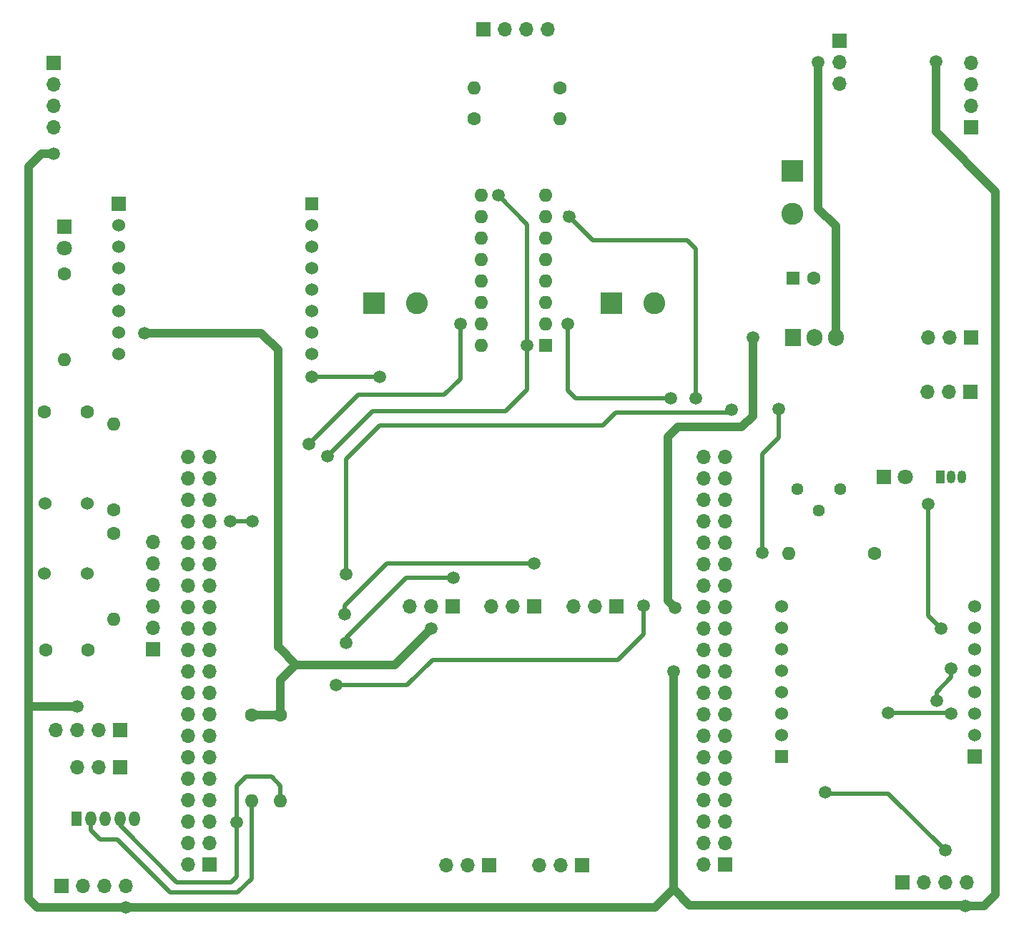
<source format=gbr>
%TF.GenerationSoftware,KiCad,Pcbnew,8.0.0*%
%TF.CreationDate,2024-10-06T09:57:53+02:00*%
%TF.ProjectId,Motor_Board_L476RG,4d6f746f-725f-4426-9f61-72645f4c3437,rev?*%
%TF.SameCoordinates,Original*%
%TF.FileFunction,Copper,L1,Top*%
%TF.FilePolarity,Positive*%
%FSLAX46Y46*%
G04 Gerber Fmt 4.6, Leading zero omitted, Abs format (unit mm)*
G04 Created by KiCad (PCBNEW 8.0.0) date 2024-10-06 09:57:53*
%MOMM*%
%LPD*%
G01*
G04 APERTURE LIST*
%TA.AperFunction,ComponentPad*%
%ADD10R,1.700000X1.700000*%
%TD*%
%TA.AperFunction,ComponentPad*%
%ADD11O,1.700000X1.700000*%
%TD*%
%TA.AperFunction,ComponentPad*%
%ADD12C,1.600000*%
%TD*%
%TA.AperFunction,ComponentPad*%
%ADD13O,1.600000X1.600000*%
%TD*%
%TA.AperFunction,ComponentPad*%
%ADD14R,1.800000X1.800000*%
%TD*%
%TA.AperFunction,ComponentPad*%
%ADD15C,1.800000*%
%TD*%
%TA.AperFunction,ComponentPad*%
%ADD16C,1.440000*%
%TD*%
%TA.AperFunction,ComponentPad*%
%ADD17C,1.524000*%
%TD*%
%TA.AperFunction,ComponentPad*%
%ADD18R,1.050000X1.500000*%
%TD*%
%TA.AperFunction,ComponentPad*%
%ADD19O,1.050000X1.500000*%
%TD*%
%TA.AperFunction,ComponentPad*%
%ADD20R,1.600000X1.600000*%
%TD*%
%TA.AperFunction,ComponentPad*%
%ADD21R,1.275000X1.800000*%
%TD*%
%TA.AperFunction,ComponentPad*%
%ADD22O,1.275000X1.800000*%
%TD*%
%TA.AperFunction,ComponentPad*%
%ADD23R,1.676400X1.676400*%
%TD*%
%TA.AperFunction,ComponentPad*%
%ADD24R,1.524000X1.524000*%
%TD*%
%TA.AperFunction,ComponentPad*%
%ADD25R,2.600000X2.600000*%
%TD*%
%TA.AperFunction,ComponentPad*%
%ADD26C,2.600000*%
%TD*%
%TA.AperFunction,ComponentPad*%
%ADD27R,1.905000X2.000000*%
%TD*%
%TA.AperFunction,ComponentPad*%
%ADD28O,1.905000X2.000000*%
%TD*%
%TA.AperFunction,ViaPad*%
%ADD29C,1.500000*%
%TD*%
%TA.AperFunction,Conductor*%
%ADD30C,0.500000*%
%TD*%
%TA.AperFunction,Conductor*%
%ADD31C,1.000000*%
%TD*%
G04 APERTURE END LIST*
D10*
%TO.P,J10,1,Pin_1*%
%TO.N,unconnected-(J10-Pin_1-Pad1)*%
X208500000Y-143440000D03*
D11*
%TO.P,J10,2,Pin_2*%
%TO.N,unconnected-(J10-Pin_2-Pad2)*%
X205960000Y-143440000D03*
%TO.P,J10,3,Pin_3*%
%TO.N,SCK*%
X208500000Y-140900000D03*
%TO.P,J10,4,Pin_4*%
%TO.N,MISO*%
X205960000Y-140900000D03*
%TO.P,J10,5,Pin_5*%
%TO.N,MOSI*%
X208500000Y-138360000D03*
%TO.P,J10,6,Pin_6*%
%TO.N,nRF_CE*%
X205960000Y-138360000D03*
%TO.P,J10,7,Pin_7*%
%TO.N,unconnected-(J10-Pin_7-Pad7)*%
X208500000Y-135820000D03*
%TO.P,J10,8,Pin_8*%
%TO.N,unconnected-(J10-Pin_8-Pad8)*%
X205960000Y-135820000D03*
%TO.P,J10,9,Pin_9*%
%TO.N,unconnected-(J10-Pin_9-Pad9)*%
X208500000Y-133280000D03*
%TO.P,J10,10,Pin_10*%
%TO.N,unconnected-(J10-Pin_10-Pad10)*%
X205960000Y-133280000D03*
%TO.P,J10,11,Pin_11*%
%TO.N,unconnected-(J10-Pin_11-Pad11)*%
X208500000Y-130740000D03*
%TO.P,J10,12,Pin_12*%
%TO.N,unconnected-(J10-Pin_12-Pad12)*%
X205960000Y-130740000D03*
%TO.P,J10,13,Pin_13*%
%TO.N,unconnected-(J10-Pin_13-Pad13)*%
X208500000Y-128200000D03*
%TO.P,J10,14,Pin_14*%
%TO.N,unconnected-(J10-Pin_14-Pad14)*%
X205960000Y-128200000D03*
%TO.P,J10,15,Pin_15*%
%TO.N,Din_4*%
X208500000Y-125660000D03*
%TO.P,J10,16,Pin_16*%
%TO.N,unconnected-(J10-Pin_16-Pad16)*%
X205960000Y-125660000D03*
%TO.P,J10,17,Pin_17*%
%TO.N,nRF_CS*%
X208500000Y-123120000D03*
%TO.P,J10,18,Pin_18*%
%TO.N,3.3V_NUC*%
X205960000Y-123120000D03*
%TO.P,J10,19,Pin_19*%
%TO.N,nRF_INT*%
X208500000Y-120580000D03*
%TO.P,J10,20,Pin_20*%
%TO.N,5V_NUC*%
X205960000Y-120580000D03*
%TO.P,J10,21,Pin_21*%
%TO.N,GND*%
X208500000Y-118040000D03*
%TO.P,J10,22,Pin_22*%
X205960000Y-118040000D03*
%TO.P,J10,23,Pin_23*%
%TO.N,Servo*%
X208500000Y-115500000D03*
%TO.P,J10,24,Pin_24*%
%TO.N,GND*%
X205960000Y-115500000D03*
%TO.P,J10,25,Pin_25*%
%TO.N,USER_BUTTON*%
X208500000Y-112960000D03*
%TO.P,J10,26,Pin_26*%
%TO.N,VIN*%
X205960000Y-112960000D03*
%TO.P,J10,27,Pin_27*%
%TO.N,unconnected-(J10-Pin_27-Pad27)*%
X208500000Y-110420000D03*
%TO.P,J10,28,Pin_28*%
%TO.N,unconnected-(J10-Pin_28-Pad28)*%
X205960000Y-110420000D03*
%TO.P,J10,29,Pin_29*%
%TO.N,unconnected-(J10-Pin_29-Pad29)*%
X208500000Y-107880000D03*
%TO.P,J10,30,Pin_30*%
%TO.N,MOT_R_1*%
X205960000Y-107880000D03*
%TO.P,J10,31,Pin_31*%
%TO.N,unconnected-(J10-Pin_31-Pad31)*%
X208500000Y-105340000D03*
%TO.P,J10,32,Pin_32*%
%TO.N,MOT_R_2*%
X205960000Y-105340000D03*
%TO.P,J10,33,Pin_33*%
%TO.N,unconnected-(J10-Pin_33-Pad33)*%
X208500000Y-102800000D03*
%TO.P,J10,34,Pin_34*%
%TO.N,ADC_OUT*%
X205960000Y-102800000D03*
%TO.P,J10,35,Pin_35*%
%TO.N,unconnected-(J10-Pin_35-Pad35)*%
X208500000Y-100260000D03*
%TO.P,J10,36,Pin_36*%
%TO.N,unconnected-(J10-Pin_36-Pad36)*%
X205960000Y-100260000D03*
%TO.P,J10,37,Pin_37*%
%TO.N,TEMP_OUT*%
X208500000Y-97720000D03*
%TO.P,J10,38,Pin_38*%
%TO.N,unconnected-(J10-Pin_38-Pad38)*%
X205960000Y-97720000D03*
%TO.P,J10,39,Pin_39*%
%TO.N,POT_OUT*%
X208500000Y-95180000D03*
%TO.P,J10,40,Pin_40*%
%TO.N,Din_1*%
X205960000Y-95180000D03*
%TD*%
D10*
%TO.P,J11,1,Pin_1*%
%TO.N,unconnected-(J11-Pin_1-Pad1)*%
X147460001Y-143440000D03*
D11*
%TO.P,J11,2,Pin_2*%
%TO.N,unconnected-(J11-Pin_2-Pad2)*%
X144920001Y-143440000D03*
%TO.P,J11,3,Pin_3*%
%TO.N,Speed_L*%
X147460001Y-140900000D03*
%TO.P,J11,4,Pin_4*%
%TO.N,Speed_R*%
X144920001Y-140900000D03*
%TO.P,J11,5,Pin_5*%
%TO.N,SCL*%
X147460001Y-138360000D03*
%TO.P,J11,6,Pin_6*%
%TO.N,unconnected-(J11-Pin_6-Pad6)*%
X144920001Y-138360000D03*
%TO.P,J11,7,Pin_7*%
%TO.N,SDA*%
X147460001Y-135820000D03*
%TO.P,J11,8,Pin_8*%
%TO.N,Din_3*%
X144920001Y-135820000D03*
%TO.P,J11,9,Pin_9*%
%TO.N,unconnected-(J11-Pin_9-Pad9)*%
X147460001Y-133280000D03*
%TO.P,J11,10,Pin_10*%
%TO.N,unconnected-(J11-Pin_10-Pad10)*%
X144920001Y-133280000D03*
%TO.P,J11,11,Pin_11*%
%TO.N,unconnected-(J11-Pin_11-Pad11)*%
X147460001Y-130740000D03*
%TO.P,J11,12,Pin_12*%
%TO.N,unconnected-(J11-Pin_12-Pad12)*%
X144920001Y-130740000D03*
%TO.P,J11,13,Pin_13*%
%TO.N,Line_R*%
X147460001Y-128200000D03*
%TO.P,J11,14,Pin_14*%
%TO.N,SW2_OUT*%
X144920001Y-128200000D03*
%TO.P,J11,15,Pin_15*%
%TO.N,unconnected-(J11-Pin_15-Pad15)*%
X147460001Y-125660000D03*
%TO.P,J11,16,Pin_16*%
%TO.N,SW1_OUT*%
X144920001Y-125660000D03*
%TO.P,J11,17,Pin_17*%
%TO.N,Line_L*%
X147460001Y-123120000D03*
%TO.P,J11,18,Pin_18*%
%TO.N,unconnected-(J11-Pin_18-Pad18)*%
X144920001Y-123120000D03*
%TO.P,J11,19,Pin_19*%
%TO.N,Line_C*%
X147460001Y-120580000D03*
%TO.P,J11,20,Pin_20*%
%TO.N,unconnected-(J11-Pin_20-Pad20)*%
X144920001Y-120580000D03*
%TO.P,J11,21,Pin_21*%
%TO.N,LED_OUT*%
X147460001Y-118040000D03*
%TO.P,J11,22,Pin_22*%
%TO.N,GND*%
X144920001Y-118040000D03*
%TO.P,J11,23,Pin_23*%
%TO.N,MOT_EN*%
X147460001Y-115500000D03*
%TO.P,J11,24,Pin_24*%
%TO.N,Net-(J11-Pin_24)*%
X144920001Y-115500000D03*
%TO.P,J11,25,Pin_25*%
%TO.N,MOT_L_2*%
X147460001Y-112960000D03*
%TO.P,J11,26,Pin_26*%
%TO.N,Net-(J11-Pin_26)*%
X144920001Y-112960000D03*
%TO.P,J11,27,Pin_27*%
%TO.N,Accel_INT*%
X147460001Y-110420000D03*
%TO.P,J11,28,Pin_28*%
%TO.N,Net-(J11-Pin_28)*%
X144920001Y-110420000D03*
%TO.P,J11,29,Pin_29*%
%TO.N,MOT_L_1*%
X147460001Y-107880000D03*
%TO.P,J11,30,Pin_30*%
%TO.N,Net-(J11-Pin_30)*%
X144920001Y-107880000D03*
%TO.P,J11,31,Pin_31*%
%TO.N,US_trig*%
X147460001Y-105340000D03*
%TO.P,J11,32,Pin_32*%
%TO.N,LED_OUT2*%
X144920001Y-105340000D03*
%TO.P,J11,33,Pin_33*%
%TO.N,US_echo_in*%
X147460001Y-102800000D03*
%TO.P,J11,34,Pin_34*%
%TO.N,unconnected-(J11-Pin_34-Pad34)*%
X144920001Y-102800000D03*
%TO.P,J11,35,Pin_35*%
%TO.N,Din_2*%
X147460001Y-100260000D03*
%TO.P,J11,36,Pin_36*%
%TO.N,Accel_RESET*%
X144920001Y-100260000D03*
%TO.P,J11,37,Pin_37*%
%TO.N,unconnected-(J11-Pin_37-Pad37)*%
X147460001Y-97720000D03*
%TO.P,J11,38,Pin_38*%
%TO.N,unconnected-(J11-Pin_38-Pad38)*%
X144920001Y-97720000D03*
%TO.P,J11,39,Pin_39*%
%TO.N,unconnected-(J11-Pin_39-Pad39)*%
X147460001Y-95180000D03*
%TO.P,J11,40,Pin_40*%
%TO.N,unconnected-(J11-Pin_40-Pad40)*%
X144920001Y-95180000D03*
%TD*%
D10*
%TO.P,J3,1,Pin_1*%
%TO.N,Line_R*%
X195600000Y-112900000D03*
D11*
%TO.P,J3,2,Pin_2*%
%TO.N,3.3V_NUC*%
X193060000Y-112900000D03*
%TO.P,J3,3,Pin_3*%
%TO.N,GND*%
X190520000Y-112900000D03*
%TD*%
D12*
%TO.P,R3,1*%
%TO.N,US_echo_in*%
X188900000Y-51450000D03*
D13*
%TO.P,R3,2*%
%TO.N,US_echo*%
X178740000Y-51450000D03*
%TD*%
D12*
%TO.P,R2,1*%
%TO.N,SW2_OUT*%
X136100000Y-101400000D03*
D13*
%TO.P,R2,2*%
%TO.N,GND*%
X136100000Y-91240000D03*
%TD*%
D10*
%TO.P,J15,1,Pin_1*%
%TO.N,GND*%
X229500000Y-145500000D03*
D11*
%TO.P,J15,2,Pin_2*%
%TO.N,unconnected-(J15-Pin_2-Pad2)*%
X232040000Y-145500000D03*
%TO.P,J15,3,Pin_3*%
%TO.N,Din_4*%
X234580000Y-145500000D03*
%TO.P,J15,4,Pin_4*%
%TO.N,5V_NUC*%
X237120000Y-145500000D03*
%TD*%
D12*
%TO.P,R4,1*%
%TO.N,GND*%
X178740000Y-55100000D03*
D13*
%TO.P,R4,2*%
%TO.N,US_echo_in*%
X188900000Y-55100000D03*
%TD*%
D10*
%TO.P,J2,1,Pin_1*%
%TO.N,Speed_L*%
X180500000Y-143500000D03*
D11*
%TO.P,J2,2,Pin_2*%
%TO.N,GND*%
X177960000Y-143500000D03*
%TO.P,J2,3,Pin_3*%
%TO.N,3.3V_NUC*%
X175420000Y-143500000D03*
%TD*%
D10*
%TO.P,J12,1,Pin_1*%
%TO.N,GND*%
X237600000Y-56150000D03*
D11*
%TO.P,J12,2,Pin_2*%
%TO.N,unconnected-(J12-Pin_2-Pad2)*%
X237600000Y-53610000D03*
%TO.P,J12,3,Pin_3*%
%TO.N,Din_1*%
X237600000Y-51070000D03*
%TO.P,J12,4,Pin_4*%
%TO.N,5V_NUC*%
X237600000Y-48530000D03*
%TD*%
D14*
%TO.P,D1,1,K*%
%TO.N,Net-(D1-K)*%
X227260000Y-97500000D03*
D15*
%TO.P,D1,2,A*%
%TO.N,3.3V_NUC*%
X229800000Y-97500000D03*
%TD*%
D16*
%TO.P,RV1,1,1*%
%TO.N,3.3V_NUC*%
X217020000Y-99015000D03*
%TO.P,RV1,2,2*%
%TO.N,POT_OUT*%
X219560000Y-101555000D03*
%TO.P,RV1,3,3*%
%TO.N,GND*%
X222100000Y-99015000D03*
%TD*%
D17*
%TO.P,SW1,1,1*%
%TO.N,3.3V_NUC*%
X127900000Y-109000000D03*
%TO.P,SW1,2,2*%
%TO.N,SW1_OUT*%
X132900000Y-109000000D03*
%TD*%
D18*
%TO.P,U1,1,+V_{S}*%
%TO.N,3.3V_NUC*%
X233960000Y-97500000D03*
D19*
%TO.P,U1,2,V_{OUT}*%
%TO.N,TEMP_OUT*%
X235230000Y-97500000D03*
%TO.P,U1,3,GND*%
%TO.N,GND*%
X236500000Y-97500000D03*
%TD*%
D12*
%TO.P,R7,1*%
%TO.N,3.3V_NUC*%
X152420001Y-125700000D03*
D13*
%TO.P,R7,2*%
%TO.N,SDA*%
X152420001Y-135860000D03*
%TD*%
D20*
%TO.P,C3,1*%
%TO.N,VIN*%
X216500000Y-74000000D03*
D12*
%TO.P,C3,2*%
%TO.N,GND*%
X219000000Y-74000000D03*
%TD*%
%TO.P,R5,1*%
%TO.N,Net-(D1-K)*%
X226160000Y-106615000D03*
D13*
%TO.P,R5,2*%
%TO.N,LED_OUT*%
X216000000Y-106615000D03*
%TD*%
D21*
%TO.P,J9,1,Pin_1*%
%TO.N,unconnected-(J9-Pin_1-Pad1)*%
X131700000Y-138000000D03*
D22*
%TO.P,J9,2,Pin_2*%
%TO.N,SDA*%
X133400000Y-138000000D03*
%TO.P,J9,3,Pin_3*%
%TO.N,GND*%
X135100000Y-138000000D03*
%TO.P,J9,4,Pin_4*%
%TO.N,SCL*%
X136800000Y-138000000D03*
%TO.P,J9,5,Pin_5*%
%TO.N,3.3V_NUC*%
X138500000Y-138000000D03*
%TD*%
D12*
%TO.P,R1,1*%
%TO.N,SW1_OUT*%
X136100000Y-104200000D03*
D13*
%TO.P,R1,2*%
%TO.N,GND*%
X136100000Y-114360000D03*
%TD*%
D10*
%TO.P,J18,1,Pin_1*%
%TO.N,SCL*%
X136800000Y-127510000D03*
D11*
%TO.P,J18,2,Pin_2*%
%TO.N,SDA*%
X134260000Y-127510000D03*
%TO.P,J18,3,Pin_3*%
%TO.N,5V_NUC*%
X131720000Y-127510000D03*
%TO.P,J18,4,Pin_4*%
%TO.N,GND*%
X129180000Y-127510000D03*
%TD*%
D12*
%TO.P,R8,1*%
%TO.N,Net-(D2-A)*%
X130200000Y-73500000D03*
D13*
%TO.P,R8,2*%
%TO.N,LED_OUT2*%
X130200000Y-83660000D03*
%TD*%
D10*
%TO.P,J6,1,Pin_1*%
%TO.N,GND*%
X179810000Y-44500000D03*
D11*
%TO.P,J6,2,Pin_2*%
%TO.N,US_echo*%
X182350000Y-44500000D03*
%TO.P,J6,3,Pin_3*%
%TO.N,US_trig*%
X184890000Y-44500000D03*
%TO.P,J6,4,Pin_4*%
%TO.N,5V*%
X187430000Y-44500000D03*
%TD*%
D10*
%TO.P,J17,1,Pin_1*%
%TO.N,SCL*%
X136800000Y-131910000D03*
D11*
%TO.P,J17,2,Pin_2*%
%TO.N,SDA*%
X134260000Y-131910000D03*
%TO.P,J17,3,Pin_3*%
%TO.N,GND*%
X131720000Y-131910000D03*
%TD*%
D12*
%TO.P,C1,1*%
%TO.N,3.3V_NUC*%
X128000000Y-118000000D03*
%TO.P,C1,2*%
%TO.N,SW1_OUT*%
X133000000Y-118000000D03*
%TD*%
D23*
%TO.P,CON1,P1,AN*%
%TO.N,unconnected-(CON1-AN-PadP1)*%
X136640000Y-65220000D03*
D17*
%TO.P,CON1,P2,RST*%
%TO.N,Accel_RESET*%
X136640000Y-67760000D03*
%TO.P,CON1,P3,CS*%
%TO.N,GND*%
X136640000Y-70300000D03*
%TO.P,CON1,P4,SCK*%
%TO.N,unconnected-(CON1-SCK-PadP4)*%
X136640000Y-72840000D03*
%TO.P,CON1,P5,MISO*%
%TO.N,GND*%
X136640000Y-75380000D03*
%TO.P,CON1,P6,MOSI*%
%TO.N,unconnected-(CON1-MOSI-PadP6)*%
X136640000Y-77920000D03*
%TO.P,CON1,P7,3V3*%
%TO.N,3.3V_NUC*%
X136640000Y-80460000D03*
%TO.P,CON1,P8,GND1*%
%TO.N,GND*%
X136640000Y-83000000D03*
%TO.P,CON1,P9,GND2*%
X159500000Y-83000000D03*
%TO.P,CON1,P10,5V*%
%TO.N,unconnected-(CON1-5V-PadP10)*%
X159500000Y-80460000D03*
%TO.P,CON1,P11,SDA*%
%TO.N,SDA*%
X159500000Y-77920000D03*
%TO.P,CON1,P12,SCL*%
%TO.N,SCL*%
X159500000Y-75380000D03*
%TO.P,CON1,P13,RX*%
%TO.N,unconnected-(CON1-RX-PadP13)*%
X159500000Y-72840000D03*
%TO.P,CON1,P14,TX*%
%TO.N,unconnected-(CON1-TX-PadP14)*%
X159500000Y-70300000D03*
%TO.P,CON1,P15,INT*%
%TO.N,Accel_INT*%
X159500000Y-67760000D03*
D24*
%TO.P,CON1,P16,PWM*%
%TO.N,unconnected-(CON1-PWM-PadP16)*%
X159500000Y-65220000D03*
%TD*%
D12*
%TO.P,C2,1*%
%TO.N,3.3V_NUC*%
X127900000Y-89800000D03*
%TO.P,C2,2*%
%TO.N,SW2_OUT*%
X132900000Y-89800000D03*
%TD*%
D10*
%TO.P,J23,1,Pin_1*%
%TO.N,GND*%
X140750000Y-117950000D03*
D11*
%TO.P,J23,2,Pin_2*%
%TO.N,Net-(J11-Pin_24)*%
X140750000Y-115410000D03*
%TO.P,J23,3,Pin_3*%
%TO.N,Net-(J11-Pin_26)*%
X140750000Y-112870000D03*
%TO.P,J23,4,Pin_4*%
%TO.N,Net-(J11-Pin_28)*%
X140750000Y-110330000D03*
%TO.P,J23,5,Pin_5*%
%TO.N,Net-(J11-Pin_30)*%
X140750000Y-107790000D03*
%TO.P,J23,6,Pin_6*%
%TO.N,LED_OUT2*%
X140750000Y-105250000D03*
%TD*%
D23*
%TO.P,CON2,P1,AN*%
%TO.N,unconnected-(CON2-AN-PadP1)*%
X238000000Y-130620000D03*
D17*
%TO.P,CON2,P2,RST*%
%TO.N,nRF_CE*%
X238000000Y-128080000D03*
%TO.P,CON2,P3,CS*%
%TO.N,nRF_CS*%
X238000000Y-125540000D03*
%TO.P,CON2,P4,SCK*%
%TO.N,SCK*%
X238000000Y-123000000D03*
%TO.P,CON2,P5,MISO*%
%TO.N,MISO*%
X238000000Y-120460000D03*
%TO.P,CON2,P6,MOSI*%
%TO.N,MOSI*%
X238000000Y-117920000D03*
%TO.P,CON2,P7,3V3*%
%TO.N,3.3V_NUC*%
X238000000Y-115380000D03*
%TO.P,CON2,P8,GND1*%
%TO.N,GND*%
X238000000Y-112840000D03*
%TO.P,CON2,P9,GND2*%
X215140000Y-112840000D03*
%TO.P,CON2,P10,5V*%
%TO.N,unconnected-(CON2-5V-PadP10)*%
X215140000Y-115380000D03*
%TO.P,CON2,P11,SDA*%
%TO.N,unconnected-(CON2-SDA-PadP11)*%
X215140000Y-117920000D03*
%TO.P,CON2,P12,SCL*%
%TO.N,unconnected-(CON2-SCL-PadP12)*%
X215140000Y-120460000D03*
%TO.P,CON2,P13,RX*%
%TO.N,unconnected-(CON2-RX-PadP13)*%
X215140000Y-123000000D03*
%TO.P,CON2,P14,TX*%
%TO.N,unconnected-(CON2-TX-PadP14)*%
X215140000Y-125540000D03*
%TO.P,CON2,P15,INT*%
%TO.N,nRF_INT*%
X215140000Y-128080000D03*
D24*
%TO.P,CON2,P16,PWM*%
%TO.N,unconnected-(CON2-PWM-PadP16)*%
X215140000Y-130620000D03*
%TD*%
D10*
%TO.P,J14,1,Pin_1*%
%TO.N,GND*%
X129920000Y-146000000D03*
D11*
%TO.P,J14,2,Pin_2*%
%TO.N,unconnected-(J14-Pin_2-Pad2)*%
X132460000Y-146000000D03*
%TO.P,J14,3,Pin_3*%
%TO.N,Din_3*%
X135000000Y-146000000D03*
%TO.P,J14,4,Pin_4*%
%TO.N,5V_NUC*%
X137540000Y-146000000D03*
%TD*%
D25*
%TO.P,J21,1,Pin_1*%
%TO.N,Net-(J21-Pin_1)*%
X195000000Y-77000000D03*
D26*
%TO.P,J21,2,Pin_2*%
%TO.N,Net-(J21-Pin_2)*%
X200080000Y-77000000D03*
%TD*%
D20*
%TO.P,U3,1,1\u002C2EN*%
%TO.N,MOT_EN*%
X187200000Y-81980000D03*
D13*
%TO.P,U3,2,1A*%
%TO.N,MOT_R_1*%
X187200000Y-79440000D03*
%TO.P,U3,3,1Y*%
%TO.N,Net-(J21-Pin_1)*%
X187200000Y-76900000D03*
%TO.P,U3,4,GND*%
%TO.N,GND*%
X187200000Y-74360000D03*
%TO.P,U3,5,GND*%
X187200000Y-71820000D03*
%TO.P,U3,6,2Y*%
%TO.N,Net-(J21-Pin_2)*%
X187200000Y-69280000D03*
%TO.P,U3,7,2A*%
%TO.N,MOT_R_2*%
X187200000Y-66740000D03*
%TO.P,U3,8,VCC2*%
%TO.N,VIN*%
X187200000Y-64200000D03*
%TO.P,U3,9,3\u002C4EN*%
%TO.N,MOT_EN*%
X179580000Y-64200000D03*
%TO.P,U3,10,3A*%
%TO.N,MOT_L_1*%
X179580000Y-66740000D03*
%TO.P,U3,11,3Y*%
%TO.N,Net-(J22-Pin_1)*%
X179580000Y-69280000D03*
%TO.P,U3,12,GND*%
%TO.N,GND*%
X179580000Y-71820000D03*
%TO.P,U3,13,GND*%
X179580000Y-74360000D03*
%TO.P,U3,14,4Y*%
%TO.N,Net-(J22-Pin_2)*%
X179580000Y-76900000D03*
%TO.P,U3,15,4A*%
%TO.N,MOT_L_2*%
X179580000Y-79440000D03*
%TO.P,U3,16,VCC1*%
%TO.N,5V*%
X179580000Y-81980000D03*
%TD*%
D10*
%TO.P,J7,1,Pin_1*%
%TO.N,GND*%
X222000000Y-45920000D03*
D11*
%TO.P,J7,2,Pin_2*%
%TO.N,5V*%
X222000000Y-48460000D03*
%TO.P,J7,3,Pin_3*%
%TO.N,Servo*%
X222000000Y-51000000D03*
%TD*%
D10*
%TO.P,J13,1,Pin_1*%
%TO.N,GND*%
X129000000Y-48500000D03*
D11*
%TO.P,J13,2,Pin_2*%
%TO.N,unconnected-(J13-Pin_2-Pad2)*%
X129000000Y-51040000D03*
%TO.P,J13,3,Pin_3*%
%TO.N,Din_2*%
X129000000Y-53580000D03*
%TO.P,J13,4,Pin_4*%
%TO.N,5V_NUC*%
X129000000Y-56120000D03*
%TD*%
D12*
%TO.P,R6,1*%
%TO.N,3.3V_NUC*%
X155820001Y-125700000D03*
D13*
%TO.P,R6,2*%
%TO.N,SCL*%
X155820001Y-135860000D03*
%TD*%
D17*
%TO.P,SW2,1,1*%
%TO.N,3.3V_NUC*%
X127950000Y-100650000D03*
%TO.P,SW2,2,2*%
%TO.N,SW2_OUT*%
X132950000Y-100650000D03*
%TD*%
D10*
%TO.P,J19,1,Pin_1*%
%TO.N,GND*%
X237580000Y-81000000D03*
D11*
%TO.P,J19,2,Pin_2*%
X235040000Y-81000000D03*
%TO.P,J19,3,Pin_3*%
X232500000Y-81000000D03*
%TD*%
D25*
%TO.P,J8,1,Pin_1*%
%TO.N,GND*%
X216400000Y-61300000D03*
D26*
%TO.P,J8,2,Pin_2*%
%TO.N,VIN*%
X216400000Y-66380000D03*
%TD*%
D10*
%TO.P,J20,1,Pin_1*%
%TO.N,3.3V_NUC*%
X237500000Y-87500000D03*
D11*
%TO.P,J20,2,Pin_2*%
X234960000Y-87500000D03*
%TO.P,J20,3,Pin_3*%
X232420000Y-87500000D03*
%TD*%
D14*
%TO.P,D2,1,K*%
%TO.N,GND*%
X130200000Y-67860000D03*
D15*
%TO.P,D2,2,A*%
%TO.N,Net-(D2-A)*%
X130200000Y-70400000D03*
%TD*%
D10*
%TO.P,J5,1,Pin_1*%
%TO.N,Line_L*%
X176200000Y-112900000D03*
D11*
%TO.P,J5,2,Pin_2*%
%TO.N,3.3V_NUC*%
X173660000Y-112900000D03*
%TO.P,J5,3,Pin_3*%
%TO.N,GND*%
X171120000Y-112900000D03*
%TD*%
D10*
%TO.P,J1,1,Pin_1*%
%TO.N,Speed_R*%
X191500000Y-143500000D03*
D11*
%TO.P,J1,2,Pin_2*%
%TO.N,GND*%
X188960000Y-143500000D03*
%TO.P,J1,3,Pin_3*%
%TO.N,3.3V_NUC*%
X186420000Y-143500000D03*
%TD*%
D25*
%TO.P,J22,1,Pin_1*%
%TO.N,Net-(J22-Pin_1)*%
X166920000Y-77000000D03*
D26*
%TO.P,J22,2,Pin_2*%
%TO.N,Net-(J22-Pin_2)*%
X172000000Y-77000000D03*
%TD*%
D10*
%TO.P,J4,1,Pin_1*%
%TO.N,Line_C*%
X185900000Y-112900000D03*
D11*
%TO.P,J4,2,Pin_2*%
%TO.N,3.3V_NUC*%
X183360000Y-112900000D03*
%TO.P,J4,3,Pin_3*%
%TO.N,GND*%
X180820000Y-112900000D03*
%TD*%
D27*
%TO.P,U2,1,VI*%
%TO.N,VIN*%
X216500000Y-81000000D03*
D28*
%TO.P,U2,2,GND*%
%TO.N,GND*%
X219040000Y-81000000D03*
%TO.P,U2,3,VO*%
%TO.N,5V*%
X221580000Y-81000000D03*
%TD*%
D29*
%TO.N,GND*%
X159500000Y-85700000D03*
X167600000Y-85700000D03*
%TO.N,VIN*%
X211750000Y-81000000D03*
X202500000Y-113000000D03*
%TO.N,5V_NUC*%
X233400000Y-48350000D03*
X236875000Y-148375000D03*
X137500000Y-148500000D03*
X129000000Y-59250000D03*
X202330000Y-120580000D03*
X131750000Y-124750000D03*
%TO.N,nRF_CS*%
X235250000Y-125540000D03*
X227750000Y-125500000D03*
%TO.N,3.3V_NUC*%
X139750000Y-80500000D03*
X232500000Y-100750000D03*
X234000000Y-115500000D03*
X173660000Y-115500000D03*
%TO.N,MISO*%
X235250000Y-120250000D03*
X233500000Y-124000000D03*
X235250000Y-120250000D03*
%TO.N,SCL*%
X150620001Y-138460000D03*
%TO.N,LED_OUT*%
X163550000Y-109050000D03*
X212850000Y-106550000D03*
X214850000Y-89500000D03*
X209200000Y-89550000D03*
%TO.N,Line_R*%
X198800000Y-112800000D03*
X162400000Y-122200000D03*
%TO.N,Line_C*%
X163400000Y-113800000D03*
X185900000Y-107750000D03*
%TO.N,Line_L*%
X163600000Y-117200000D03*
X176250000Y-109500000D03*
%TO.N,Din_4*%
X234500000Y-141750000D03*
X220300000Y-134900000D03*
%TO.N,MOT_EN*%
X161400000Y-95100000D03*
X185020000Y-81980000D03*
X181600000Y-64200000D03*
%TO.N,MOT_R_2*%
X205000000Y-88250000D03*
X190000000Y-66700000D03*
X190000000Y-66700000D03*
%TO.N,MOT_L_2*%
X177100000Y-79400000D03*
X159200000Y-93600000D03*
%TO.N,MOT_R_1*%
X189800000Y-79400000D03*
X202000000Y-88250000D03*
%TO.N,US_echo_in*%
X149900000Y-102800000D03*
X152500000Y-102800000D03*
%TO.N,5V*%
X219450000Y-48400000D03*
%TD*%
D30*
%TO.N,GND*%
X167600000Y-85700000D02*
X159500000Y-85700000D01*
D31*
%TO.N,VIN*%
X201700000Y-92800000D02*
X202850000Y-91650000D01*
X202500000Y-113000000D02*
X201700000Y-112200000D01*
X201700000Y-112200000D02*
X201700000Y-92800000D01*
X202850000Y-91650000D02*
X210450000Y-91650000D01*
X210450000Y-91650000D02*
X211750000Y-90350000D01*
X211750000Y-90350000D02*
X211750000Y-81000000D01*
%TO.N,5V_NUC*%
X236875000Y-148375000D02*
X236750000Y-148250000D01*
X126000000Y-60750000D02*
X127500000Y-59250000D01*
X126125000Y-124750000D02*
X126000000Y-124625000D01*
X126125000Y-124750000D02*
X126000000Y-124875000D01*
X204250000Y-148250000D02*
X202330000Y-146330000D01*
X200160000Y-148500000D02*
X202330000Y-146330000D01*
X233400000Y-48350000D02*
X233400000Y-56650000D01*
X137500000Y-148500000D02*
X200160000Y-148500000D01*
X127500000Y-59250000D02*
X129000000Y-59250000D01*
X240500000Y-63750000D02*
X240500000Y-147000000D01*
X126000000Y-124625000D02*
X126000000Y-60750000D01*
X233400000Y-56650000D02*
X240500000Y-63750000D01*
X236750000Y-148250000D02*
X204250000Y-148250000D01*
X239125000Y-148375000D02*
X236875000Y-148375000D01*
X126000000Y-147500000D02*
X127000000Y-148500000D01*
X131750000Y-124750000D02*
X126125000Y-124750000D01*
X240500000Y-147000000D02*
X239125000Y-148375000D01*
X127000000Y-148500000D02*
X137500000Y-148500000D01*
X202330000Y-146330000D02*
X202330000Y-120580000D01*
X126000000Y-124875000D02*
X126000000Y-147500000D01*
D30*
%TO.N,nRF_CS*%
X235210000Y-125500000D02*
X235250000Y-125540000D01*
X227750000Y-125500000D02*
X235210000Y-125500000D01*
D31*
%TO.N,3.3V_NUC*%
X157600000Y-119700000D02*
X157600000Y-119800000D01*
X157700000Y-119800000D02*
X169360000Y-119800000D01*
D30*
X232500000Y-114000000D02*
X234000000Y-115500000D01*
D31*
X155550000Y-82500000D02*
X155550000Y-117650000D01*
X155700000Y-117800000D02*
X157600000Y-119700000D01*
D30*
X232500000Y-100750000D02*
X232500000Y-114000000D01*
D31*
X155820001Y-125700000D02*
X152420001Y-125700000D01*
X169360000Y-119800000D02*
X173660000Y-115500000D01*
X139750000Y-80500000D02*
X153550000Y-80500000D01*
X155700000Y-117800000D02*
X157700000Y-119800000D01*
X155820001Y-121579999D02*
X155820001Y-125700000D01*
X157600000Y-119800000D02*
X155820001Y-121579999D01*
X155550000Y-117650000D02*
X155700000Y-117800000D01*
X153550000Y-80500000D02*
X155550000Y-82500000D01*
D30*
%TO.N,MISO*%
X233500000Y-123000000D02*
X235250000Y-121250000D01*
X235250000Y-121250000D02*
X235250000Y-120250000D01*
X233500000Y-124000000D02*
X233500000Y-123000000D01*
%TO.N,SDA*%
X133400000Y-138000000D02*
X133400000Y-139400000D01*
X136500000Y-140500000D02*
X142750000Y-146750000D01*
X142750000Y-146750000D02*
X150750000Y-146750000D01*
X152420001Y-145079999D02*
X152420001Y-135860000D01*
X150750000Y-146750000D02*
X152420001Y-145079999D01*
X133400000Y-139400000D02*
X134500000Y-140500000D01*
X134500000Y-140500000D02*
X136500000Y-140500000D01*
%TO.N,SCL*%
X150620001Y-134129999D02*
X151750000Y-133000000D01*
X154750000Y-133000000D02*
X155820001Y-134070001D01*
X150620001Y-138460000D02*
X150620001Y-134129999D01*
X149990002Y-145500000D02*
X150620001Y-144870001D01*
X151750000Y-133000000D02*
X154750000Y-133000000D01*
X136800000Y-138000000D02*
X136800000Y-138800000D01*
X155820001Y-134070001D02*
X155820001Y-135860000D01*
X136800000Y-138800000D02*
X143500000Y-145500000D01*
X143500000Y-145500000D02*
X149990002Y-145500000D01*
X150620001Y-144870001D02*
X150620001Y-138460000D01*
%TO.N,LED_OUT*%
X214850000Y-92850000D02*
X214850000Y-89500000D01*
X212850000Y-94850000D02*
X214850000Y-92850000D01*
X212850000Y-106550000D02*
X212850000Y-94850000D01*
X163550000Y-109050000D02*
X163550000Y-95400000D01*
X208850000Y-89900000D02*
X209200000Y-89550000D01*
X194000000Y-91400000D02*
X195500000Y-89900000D01*
X163550000Y-95400000D02*
X167550000Y-91400000D01*
X167550000Y-91400000D02*
X194000000Y-91400000D01*
X195500000Y-89900000D02*
X208850000Y-89900000D01*
%TO.N,Line_R*%
X198800000Y-116200000D02*
X195800000Y-119200000D01*
X170800000Y-122200000D02*
X162400000Y-122200000D01*
X198800000Y-112800000D02*
X198800000Y-116200000D01*
X195800000Y-119200000D02*
X173800000Y-119200000D01*
X173800000Y-119200000D02*
X170800000Y-122200000D01*
%TO.N,Line_C*%
X163400000Y-113800000D02*
X163400000Y-112800000D01*
X168450000Y-107750000D02*
X185900000Y-107750000D01*
X163400000Y-112800000D02*
X168450000Y-107750000D01*
%TO.N,Line_L*%
X170700000Y-109500000D02*
X176250000Y-109500000D01*
X163600000Y-116600000D02*
X170700000Y-109500000D01*
X163600000Y-117200000D02*
X163600000Y-116600000D01*
%TO.N,Din_4*%
X220400000Y-135000000D02*
X227750000Y-135000000D01*
X227750000Y-135000000D02*
X234500000Y-141750000D01*
X220300000Y-134900000D02*
X220400000Y-135000000D01*
%TO.N,MOT_EN*%
X185020000Y-87230000D02*
X185020000Y-81980000D01*
X182500000Y-89750000D02*
X185020000Y-87230000D01*
X166750000Y-89750000D02*
X182500000Y-89750000D01*
X185020000Y-81980000D02*
X185020000Y-67620000D01*
X161400000Y-95100000D02*
X166750000Y-89750000D01*
X185020000Y-67620000D02*
X181600000Y-64200000D01*
%TO.N,MOT_R_2*%
X205000000Y-70500000D02*
X204000000Y-69500000D01*
X192800000Y-69500000D02*
X190000000Y-66700000D01*
X190000000Y-66700000D02*
X189600000Y-66300000D01*
X205000000Y-88250000D02*
X205000000Y-70500000D01*
X204000000Y-69500000D02*
X192800000Y-69500000D01*
%TO.N,MOT_L_2*%
X175200000Y-87800000D02*
X177100000Y-85900000D01*
X165000000Y-87800000D02*
X175200000Y-87800000D01*
X177100000Y-85900000D02*
X177100000Y-79400000D01*
X177100000Y-79400000D02*
X177000000Y-79300000D01*
X159200000Y-93600000D02*
X165000000Y-87800000D01*
%TO.N,MOT_R_1*%
X189800000Y-87300000D02*
X189800000Y-79400000D01*
X202000000Y-88250000D02*
X190750000Y-88250000D01*
X190750000Y-88250000D02*
X189800000Y-87300000D01*
%TO.N,US_echo_in*%
X149900000Y-102800000D02*
X152500000Y-102800000D01*
D31*
%TO.N,5V*%
X221580000Y-67830000D02*
X221580000Y-81000000D01*
X219500000Y-48450000D02*
X219500000Y-65750000D01*
X219500000Y-65750000D02*
X221580000Y-67830000D01*
X219450000Y-48400000D02*
X219500000Y-48450000D01*
%TD*%
M02*

</source>
